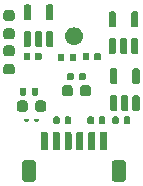
<source format=gbr>
%TF.GenerationSoftware,KiCad,Pcbnew,7.0.6*%
%TF.CreationDate,2024-06-20T12:42:18-04:00*%
%TF.ProjectId,ActiveImpactor_Encoder_Celera,41637469-7665-4496-9d70-6163746f725f,rev?*%
%TF.SameCoordinates,Original*%
%TF.FileFunction,Soldermask,Top*%
%TF.FilePolarity,Negative*%
%FSLAX46Y46*%
G04 Gerber Fmt 4.6, Leading zero omitted, Abs format (unit mm)*
G04 Created by KiCad (PCBNEW 7.0.6) date 2024-06-20 12:42:18*
%MOMM*%
%LPD*%
G01*
G04 APERTURE LIST*
G04 APERTURE END LIST*
G36*
X-3446770Y-5700642D02*
G01*
X-3394227Y-5706738D01*
X-3376274Y-5714664D01*
X-3354329Y-5719030D01*
X-3330835Y-5734728D01*
X-3309109Y-5744321D01*
X-3294270Y-5759159D01*
X-3273223Y-5773223D01*
X-3259159Y-5794270D01*
X-3244321Y-5809109D01*
X-3234727Y-5830835D01*
X-3219030Y-5854329D01*
X-3214665Y-5876273D01*
X-3206739Y-5894224D01*
X-3200644Y-5946759D01*
X-3200000Y-5950000D01*
X-3200000Y-7250000D01*
X-3200642Y-7253231D01*
X-3206738Y-7305772D01*
X-3214664Y-7323723D01*
X-3219030Y-7345671D01*
X-3234729Y-7369166D01*
X-3244321Y-7390890D01*
X-3259157Y-7405726D01*
X-3273223Y-7426777D01*
X-3294273Y-7440842D01*
X-3309109Y-7455678D01*
X-3330830Y-7465269D01*
X-3354329Y-7480970D01*
X-3376277Y-7485335D01*
X-3394224Y-7493260D01*
X-3446747Y-7499352D01*
X-3450000Y-7500000D01*
X-4150000Y-7500000D01*
X-4153243Y-7499354D01*
X-4205772Y-7493261D01*
X-4223719Y-7485336D01*
X-4245671Y-7480970D01*
X-4269171Y-7465267D01*
X-4290890Y-7455678D01*
X-4305723Y-7440844D01*
X-4326777Y-7426777D01*
X-4340844Y-7405723D01*
X-4355678Y-7390890D01*
X-4365267Y-7369170D01*
X-4380970Y-7345671D01*
X-4385336Y-7323720D01*
X-4393260Y-7305775D01*
X-4399352Y-7253254D01*
X-4400000Y-7250000D01*
X-4400000Y-5950000D01*
X-4399355Y-5946758D01*
X-4393261Y-5894227D01*
X-4385335Y-5876278D01*
X-4380970Y-5854329D01*
X-4365268Y-5830830D01*
X-4355678Y-5809109D01*
X-4340842Y-5794273D01*
X-4326777Y-5773223D01*
X-4305726Y-5759157D01*
X-4290890Y-5744321D01*
X-4269166Y-5734729D01*
X-4245671Y-5719030D01*
X-4223724Y-5714664D01*
X-4205775Y-5706739D01*
X-4153242Y-5700644D01*
X-4150000Y-5700000D01*
X-3450000Y-5700000D01*
X-3446770Y-5700642D01*
G37*
G36*
X4153231Y-5700642D02*
G01*
X4205772Y-5706738D01*
X4223723Y-5714664D01*
X4245671Y-5719030D01*
X4269166Y-5734729D01*
X4290890Y-5744321D01*
X4305726Y-5759157D01*
X4326777Y-5773223D01*
X4340842Y-5794273D01*
X4355678Y-5809109D01*
X4365269Y-5830830D01*
X4380970Y-5854329D01*
X4385335Y-5876277D01*
X4393260Y-5894224D01*
X4399352Y-5946747D01*
X4400000Y-5950000D01*
X4400000Y-7250000D01*
X4399354Y-7253243D01*
X4393261Y-7305772D01*
X4385336Y-7323719D01*
X4380970Y-7345671D01*
X4365267Y-7369171D01*
X4355678Y-7390890D01*
X4340844Y-7405723D01*
X4326777Y-7426777D01*
X4305723Y-7440844D01*
X4290890Y-7455678D01*
X4269170Y-7465267D01*
X4245671Y-7480970D01*
X4223720Y-7485336D01*
X4205775Y-7493260D01*
X4153254Y-7499352D01*
X4150000Y-7500000D01*
X3450000Y-7500000D01*
X3446758Y-7499355D01*
X3394227Y-7493261D01*
X3376278Y-7485335D01*
X3354329Y-7480970D01*
X3330830Y-7465268D01*
X3309109Y-7455678D01*
X3294273Y-7440842D01*
X3273223Y-7426777D01*
X3259157Y-7405726D01*
X3244321Y-7390890D01*
X3234729Y-7369166D01*
X3219030Y-7345671D01*
X3214664Y-7323724D01*
X3206739Y-7305775D01*
X3200644Y-7253242D01*
X3200000Y-7250000D01*
X3200000Y-5950000D01*
X3200642Y-5946770D01*
X3206738Y-5894227D01*
X3214664Y-5876274D01*
X3219030Y-5854329D01*
X3234728Y-5830835D01*
X3244321Y-5809109D01*
X3259159Y-5794270D01*
X3273223Y-5773223D01*
X3294270Y-5759159D01*
X3309109Y-5744321D01*
X3330835Y-5734727D01*
X3354329Y-5719030D01*
X3376273Y-5714665D01*
X3394224Y-5706739D01*
X3446759Y-5700644D01*
X3450000Y-5700000D01*
X4150000Y-5700000D01*
X4153231Y-5700642D01*
G37*
G36*
X-2292597Y-3311418D02*
G01*
X-2243934Y-3343934D01*
X-2211418Y-3392597D01*
X-2200000Y-3450000D01*
X-2200000Y-4700000D01*
X-2211418Y-4757403D01*
X-2243934Y-4806066D01*
X-2292597Y-4838582D01*
X-2350000Y-4850000D01*
X-2650000Y-4850000D01*
X-2707403Y-4838582D01*
X-2756066Y-4806066D01*
X-2788582Y-4757403D01*
X-2800000Y-4700000D01*
X-2800000Y-3450000D01*
X-2788582Y-3392597D01*
X-2756066Y-3343934D01*
X-2707403Y-3311418D01*
X-2650000Y-3300000D01*
X-2350000Y-3300000D01*
X-2292597Y-3311418D01*
G37*
G36*
X-1292597Y-3311418D02*
G01*
X-1243934Y-3343934D01*
X-1211418Y-3392597D01*
X-1200000Y-3450000D01*
X-1200000Y-4700000D01*
X-1211418Y-4757403D01*
X-1243934Y-4806066D01*
X-1292597Y-4838582D01*
X-1350000Y-4850000D01*
X-1650000Y-4850000D01*
X-1707403Y-4838582D01*
X-1756066Y-4806066D01*
X-1788582Y-4757403D01*
X-1800000Y-4700000D01*
X-1800000Y-3450000D01*
X-1788582Y-3392597D01*
X-1756066Y-3343934D01*
X-1707403Y-3311418D01*
X-1650000Y-3300000D01*
X-1350000Y-3300000D01*
X-1292597Y-3311418D01*
G37*
G36*
X-292597Y-3311418D02*
G01*
X-243934Y-3343934D01*
X-211418Y-3392597D01*
X-200000Y-3450000D01*
X-200000Y-4700000D01*
X-211418Y-4757403D01*
X-243934Y-4806066D01*
X-292597Y-4838582D01*
X-350000Y-4850000D01*
X-650000Y-4850000D01*
X-707403Y-4838582D01*
X-756066Y-4806066D01*
X-788582Y-4757403D01*
X-800000Y-4700000D01*
X-800000Y-3450000D01*
X-788582Y-3392597D01*
X-756066Y-3343934D01*
X-707403Y-3311418D01*
X-650000Y-3300000D01*
X-350000Y-3300000D01*
X-292597Y-3311418D01*
G37*
G36*
X707403Y-3311418D02*
G01*
X756066Y-3343934D01*
X788582Y-3392597D01*
X800000Y-3450000D01*
X800000Y-4700000D01*
X788582Y-4757403D01*
X756066Y-4806066D01*
X707403Y-4838582D01*
X650000Y-4850000D01*
X350000Y-4850000D01*
X292597Y-4838582D01*
X243934Y-4806066D01*
X211418Y-4757403D01*
X200000Y-4700000D01*
X200000Y-3450000D01*
X211418Y-3392597D01*
X243934Y-3343934D01*
X292597Y-3311418D01*
X350000Y-3300000D01*
X650000Y-3300000D01*
X707403Y-3311418D01*
G37*
G36*
X1707403Y-3311418D02*
G01*
X1756066Y-3343934D01*
X1788582Y-3392597D01*
X1800000Y-3450000D01*
X1800000Y-4700000D01*
X1788582Y-4757403D01*
X1756066Y-4806066D01*
X1707403Y-4838582D01*
X1650000Y-4850000D01*
X1350000Y-4850000D01*
X1292597Y-4838582D01*
X1243934Y-4806066D01*
X1211418Y-4757403D01*
X1200000Y-4700000D01*
X1200000Y-3450000D01*
X1211418Y-3392597D01*
X1243934Y-3343934D01*
X1292597Y-3311418D01*
X1350000Y-3300000D01*
X1650000Y-3300000D01*
X1707403Y-3311418D01*
G37*
G36*
X2707403Y-3311418D02*
G01*
X2756066Y-3343934D01*
X2788582Y-3392597D01*
X2800000Y-3450000D01*
X2800000Y-4700000D01*
X2788582Y-4757403D01*
X2756066Y-4806066D01*
X2707403Y-4838582D01*
X2650000Y-4850000D01*
X2350000Y-4850000D01*
X2292597Y-4838582D01*
X2243934Y-4806066D01*
X2211418Y-4757403D01*
X2200000Y-4700000D01*
X2200000Y-3450000D01*
X2211418Y-3392597D01*
X2243934Y-3343934D01*
X2292597Y-3311418D01*
X2350000Y-3300000D01*
X2650000Y-3300000D01*
X2707403Y-3311418D01*
G37*
G36*
X-1286424Y-2000657D02*
G01*
X-1241005Y-2031005D01*
X-1210657Y-2076424D01*
X-1200000Y-2130000D01*
X-1200000Y-2470000D01*
X-1210657Y-2523576D01*
X-1241005Y-2568995D01*
X-1286424Y-2599343D01*
X-1340000Y-2610000D01*
X-1620000Y-2610000D01*
X-1673576Y-2599343D01*
X-1718995Y-2568995D01*
X-1749343Y-2523576D01*
X-1760000Y-2470000D01*
X-1760000Y-2130000D01*
X-1749343Y-2076424D01*
X-1718995Y-2031005D01*
X-1673576Y-2000657D01*
X-1620000Y-1990000D01*
X-1340000Y-1990000D01*
X-1286424Y-2000657D01*
G37*
G36*
X-326424Y-2000657D02*
G01*
X-281005Y-2031005D01*
X-250657Y-2076424D01*
X-240000Y-2130000D01*
X-240000Y-2470000D01*
X-250657Y-2523576D01*
X-281005Y-2568995D01*
X-326424Y-2599343D01*
X-380000Y-2610000D01*
X-660000Y-2610000D01*
X-713576Y-2599343D01*
X-758995Y-2568995D01*
X-789343Y-2523576D01*
X-800000Y-2470000D01*
X-800000Y-2130000D01*
X-789343Y-2076424D01*
X-758995Y-2031005D01*
X-713576Y-2000657D01*
X-660000Y-1990000D01*
X-380000Y-1990000D01*
X-326424Y-2000657D01*
G37*
G36*
X1613576Y-2000657D02*
G01*
X1658995Y-2031005D01*
X1689343Y-2076424D01*
X1700000Y-2130000D01*
X1700000Y-2470000D01*
X1689343Y-2523576D01*
X1658995Y-2568995D01*
X1613576Y-2599343D01*
X1560000Y-2610000D01*
X1280000Y-2610000D01*
X1226424Y-2599343D01*
X1181005Y-2568995D01*
X1150657Y-2523576D01*
X1140000Y-2470000D01*
X1140000Y-2130000D01*
X1150657Y-2076424D01*
X1181005Y-2031005D01*
X1226424Y-2000657D01*
X1280000Y-1990000D01*
X1560000Y-1990000D01*
X1613576Y-2000657D01*
G37*
G36*
X2573576Y-2000657D02*
G01*
X2618995Y-2031005D01*
X2649343Y-2076424D01*
X2660000Y-2130000D01*
X2660000Y-2470000D01*
X2649343Y-2523576D01*
X2618995Y-2568995D01*
X2573576Y-2599343D01*
X2520000Y-2610000D01*
X2240000Y-2610000D01*
X2186424Y-2599343D01*
X2141005Y-2568995D01*
X2110657Y-2523576D01*
X2100000Y-2470000D01*
X2100000Y-2130000D01*
X2110657Y-2076424D01*
X2141005Y-2031005D01*
X2186424Y-2000657D01*
X2240000Y-1990000D01*
X2520000Y-1990000D01*
X2573576Y-2000657D01*
G37*
G36*
X3713576Y-2000657D02*
G01*
X3758995Y-2031005D01*
X3789343Y-2076424D01*
X3800000Y-2130000D01*
X3800000Y-2470000D01*
X3789343Y-2523576D01*
X3758995Y-2568995D01*
X3713576Y-2599343D01*
X3660000Y-2610000D01*
X3380000Y-2610000D01*
X3326424Y-2599343D01*
X3281005Y-2568995D01*
X3250657Y-2523576D01*
X3240000Y-2470000D01*
X3240000Y-2130000D01*
X3250657Y-2076424D01*
X3281005Y-2031005D01*
X3326424Y-2000657D01*
X3380000Y-1990000D01*
X3660000Y-1990000D01*
X3713576Y-2000657D01*
G37*
G36*
X4673576Y-2000657D02*
G01*
X4718995Y-2031005D01*
X4749343Y-2076424D01*
X4760000Y-2130000D01*
X4760000Y-2470000D01*
X4749343Y-2523576D01*
X4718995Y-2568995D01*
X4673576Y-2599343D01*
X4620000Y-2610000D01*
X4340000Y-2610000D01*
X4286424Y-2599343D01*
X4241005Y-2568995D01*
X4210657Y-2523576D01*
X4200000Y-2470000D01*
X4200000Y-2130000D01*
X4210657Y-2076424D01*
X4241005Y-2031005D01*
X4286424Y-2000657D01*
X4340000Y-1990000D01*
X4620000Y-1990000D01*
X4673576Y-2000657D01*
G37*
G36*
X-3878582Y-2179758D02*
G01*
X-3858306Y-2193306D01*
X-3844758Y-2213582D01*
X-3840000Y-2237500D01*
X-3840000Y-2362500D01*
X-3844758Y-2386418D01*
X-3858306Y-2406694D01*
X-3878582Y-2420242D01*
X-3902500Y-2425000D01*
X-4137500Y-2425000D01*
X-4161418Y-2420242D01*
X-4181694Y-2406694D01*
X-4195242Y-2386418D01*
X-4200000Y-2362500D01*
X-4200000Y-2237500D01*
X-4195242Y-2213582D01*
X-4181694Y-2193306D01*
X-4161418Y-2179758D01*
X-4137500Y-2175000D01*
X-3902500Y-2175000D01*
X-3878582Y-2179758D01*
G37*
G36*
X-3038582Y-2179758D02*
G01*
X-3018306Y-2193306D01*
X-3004758Y-2213582D01*
X-3000000Y-2237500D01*
X-3000000Y-2362500D01*
X-3004758Y-2386418D01*
X-3018306Y-2406694D01*
X-3038582Y-2420242D01*
X-3062500Y-2425000D01*
X-3297500Y-2425000D01*
X-3321418Y-2420242D01*
X-3341694Y-2406694D01*
X-3355242Y-2386418D01*
X-3360000Y-2362500D01*
X-3360000Y-2237500D01*
X-3355242Y-2213582D01*
X-3341694Y-2193306D01*
X-3321418Y-2179758D01*
X-3297500Y-2175000D01*
X-3062500Y-2175000D01*
X-3038582Y-2179758D01*
G37*
G36*
X-4063896Y-642127D02*
G01*
X-3990901Y-690901D01*
X-3942127Y-763896D01*
X-3925000Y-850000D01*
X-3925000Y-1350000D01*
X-3942127Y-1436104D01*
X-3990901Y-1509099D01*
X-4063896Y-1557873D01*
X-4150000Y-1575000D01*
X-4600000Y-1575000D01*
X-4686104Y-1557873D01*
X-4759099Y-1509099D01*
X-4807873Y-1436104D01*
X-4825000Y-1350000D01*
X-4825000Y-850000D01*
X-4807873Y-763896D01*
X-4759099Y-690901D01*
X-4686104Y-642127D01*
X-4600000Y-625000D01*
X-4150000Y-625000D01*
X-4063896Y-642127D01*
G37*
G36*
X-2513896Y-642127D02*
G01*
X-2440901Y-690901D01*
X-2392127Y-763896D01*
X-2375000Y-850000D01*
X-2375000Y-1350000D01*
X-2392127Y-1436104D01*
X-2440901Y-1509099D01*
X-2513896Y-1557873D01*
X-2600000Y-1575000D01*
X-3050000Y-1575000D01*
X-3136104Y-1557873D01*
X-3209099Y-1509099D01*
X-3257873Y-1436104D01*
X-3275000Y-1350000D01*
X-3275000Y-850000D01*
X-3257873Y-763896D01*
X-3209099Y-690901D01*
X-3136104Y-642127D01*
X-3050000Y-625000D01*
X-2600000Y-625000D01*
X-2513896Y-642127D01*
G37*
G36*
X3557403Y-186418D02*
G01*
X3606066Y-218934D01*
X3638582Y-267597D01*
X3650000Y-325000D01*
X3650000Y-1350000D01*
X3638582Y-1407403D01*
X3606066Y-1456066D01*
X3557403Y-1488582D01*
X3500000Y-1500000D01*
X3200000Y-1500000D01*
X3142597Y-1488582D01*
X3093934Y-1456066D01*
X3061418Y-1407403D01*
X3050000Y-1350000D01*
X3050000Y-325000D01*
X3061418Y-267597D01*
X3093934Y-218934D01*
X3142597Y-186418D01*
X3200000Y-175000D01*
X3500000Y-175000D01*
X3557403Y-186418D01*
G37*
G36*
X4507403Y-186418D02*
G01*
X4556066Y-218934D01*
X4588582Y-267597D01*
X4600000Y-325000D01*
X4600000Y-1350000D01*
X4588582Y-1407403D01*
X4556066Y-1456066D01*
X4507403Y-1488582D01*
X4450000Y-1500000D01*
X4150000Y-1500000D01*
X4092597Y-1488582D01*
X4043934Y-1456066D01*
X4011418Y-1407403D01*
X4000000Y-1350000D01*
X4000000Y-325000D01*
X4011418Y-267597D01*
X4043934Y-218934D01*
X4092597Y-186418D01*
X4150000Y-175000D01*
X4450000Y-175000D01*
X4507403Y-186418D01*
G37*
G36*
X5457403Y-186418D02*
G01*
X5506066Y-218934D01*
X5538582Y-267597D01*
X5550000Y-325000D01*
X5550000Y-1350000D01*
X5538582Y-1407403D01*
X5506066Y-1456066D01*
X5457403Y-1488582D01*
X5400000Y-1500000D01*
X5100000Y-1500000D01*
X5042597Y-1488582D01*
X4993934Y-1456066D01*
X4961418Y-1407403D01*
X4950000Y-1350000D01*
X4950000Y-325000D01*
X4961418Y-267597D01*
X4993934Y-218934D01*
X5042597Y-186418D01*
X5100000Y-175000D01*
X5400000Y-175000D01*
X5457403Y-186418D01*
G37*
G36*
X-263896Y657873D02*
G01*
X-190901Y609099D01*
X-142127Y536104D01*
X-125000Y450000D01*
X-125000Y-50000D01*
X-142127Y-136104D01*
X-190901Y-209099D01*
X-263896Y-257873D01*
X-350000Y-275000D01*
X-800000Y-275000D01*
X-886104Y-257873D01*
X-959099Y-209099D01*
X-1007873Y-136104D01*
X-1025000Y-50000D01*
X-1025000Y450000D01*
X-1007873Y536104D01*
X-959099Y609099D01*
X-886104Y657873D01*
X-800000Y675000D01*
X-350000Y675000D01*
X-263896Y657873D01*
G37*
G36*
X1286104Y657873D02*
G01*
X1359099Y609099D01*
X1407873Y536104D01*
X1425000Y450000D01*
X1425000Y-50000D01*
X1407873Y-136104D01*
X1359099Y-209099D01*
X1286104Y-257873D01*
X1200000Y-275000D01*
X750000Y-275000D01*
X663896Y-257873D01*
X590901Y-209099D01*
X542127Y-136104D01*
X525000Y-50000D01*
X525000Y450000D01*
X542127Y536104D01*
X590901Y609099D01*
X663896Y657873D01*
X750000Y675000D01*
X1200000Y675000D01*
X1286104Y657873D01*
G37*
G36*
X-4123338Y409724D02*
G01*
X-4079541Y380459D01*
X-4050276Y336662D01*
X-4040000Y285000D01*
X-4040000Y-85000D01*
X-4050276Y-136662D01*
X-4079541Y-180459D01*
X-4123338Y-209724D01*
X-4175000Y-220000D01*
X-4445000Y-220000D01*
X-4496662Y-209724D01*
X-4540459Y-180459D01*
X-4569724Y-136662D01*
X-4580000Y-85000D01*
X-4580000Y285000D01*
X-4569724Y336662D01*
X-4540459Y380459D01*
X-4496662Y409724D01*
X-4445000Y420000D01*
X-4175000Y420000D01*
X-4123338Y409724D01*
G37*
G36*
X-3103338Y409724D02*
G01*
X-3059541Y380459D01*
X-3030276Y336662D01*
X-3020000Y285000D01*
X-3020000Y-85000D01*
X-3030276Y-136662D01*
X-3059541Y-180459D01*
X-3103338Y-209724D01*
X-3155000Y-220000D01*
X-3425000Y-220000D01*
X-3476662Y-209724D01*
X-3520459Y-180459D01*
X-3549724Y-136662D01*
X-3560000Y-85000D01*
X-3560000Y285000D01*
X-3549724Y336662D01*
X-3520459Y380459D01*
X-3476662Y409724D01*
X-3425000Y420000D01*
X-3155000Y420000D01*
X-3103338Y409724D01*
G37*
G36*
X3557403Y2088582D02*
G01*
X3606066Y2056066D01*
X3638582Y2007403D01*
X3650000Y1950000D01*
X3650000Y925000D01*
X3638582Y867597D01*
X3606066Y818934D01*
X3557403Y786418D01*
X3500000Y775000D01*
X3496057Y775000D01*
X3203937Y775000D01*
X3200000Y775000D01*
X3142597Y786418D01*
X3093934Y818934D01*
X3061418Y867597D01*
X3050000Y925000D01*
X3050000Y1950000D01*
X3061418Y2007403D01*
X3093934Y2056066D01*
X3142597Y2088582D01*
X3200000Y2100000D01*
X3500000Y2100000D01*
X3557403Y2088582D01*
G37*
G36*
X5457403Y2088582D02*
G01*
X5506066Y2056066D01*
X5538582Y2007403D01*
X5550000Y1950000D01*
X5550000Y925000D01*
X5538582Y867597D01*
X5506066Y818934D01*
X5457403Y786418D01*
X5400000Y775000D01*
X5396057Y775000D01*
X5103937Y775000D01*
X5100000Y775000D01*
X5042597Y786418D01*
X4993934Y818934D01*
X4961418Y867597D01*
X4950000Y925000D01*
X4950000Y1950000D01*
X4961418Y2007403D01*
X4993934Y2056066D01*
X5042597Y2088582D01*
X5100000Y2100000D01*
X5400000Y2100000D01*
X5457403Y2088582D01*
G37*
G36*
X-123338Y1709724D02*
G01*
X-79541Y1680459D01*
X-50276Y1636662D01*
X-40000Y1585000D01*
X-40000Y1215000D01*
X-50276Y1163338D01*
X-79541Y1119541D01*
X-123338Y1090276D01*
X-175000Y1080000D01*
X-178942Y1080000D01*
X-441063Y1080000D01*
X-445000Y1080000D01*
X-496662Y1090276D01*
X-540459Y1119541D01*
X-569724Y1163338D01*
X-580000Y1215000D01*
X-580000Y1585000D01*
X-569724Y1636662D01*
X-540459Y1680459D01*
X-496662Y1709724D01*
X-445000Y1720000D01*
X-175000Y1720000D01*
X-123338Y1709724D01*
G37*
G36*
X896662Y1709724D02*
G01*
X940459Y1680459D01*
X969724Y1636662D01*
X980000Y1585000D01*
X980000Y1215000D01*
X969724Y1163338D01*
X940459Y1119541D01*
X896662Y1090276D01*
X845000Y1080000D01*
X841057Y1080000D01*
X578936Y1080000D01*
X575000Y1080000D01*
X523338Y1090276D01*
X479541Y1119541D01*
X450276Y1163338D01*
X440000Y1215000D01*
X440000Y1585000D01*
X450276Y1636662D01*
X479541Y1680459D01*
X523338Y1709724D01*
X575000Y1720000D01*
X845000Y1720000D01*
X896662Y1709724D01*
G37*
G36*
X-5160038Y2433349D02*
G01*
X-5089070Y2385930D01*
X-5041651Y2314962D01*
X-5025000Y2231250D01*
X-5025000Y1793750D01*
X-5041651Y1710038D01*
X-5089070Y1639070D01*
X-5160038Y1591651D01*
X-5243750Y1575000D01*
X-5247692Y1575000D01*
X-5752313Y1575000D01*
X-5756250Y1575000D01*
X-5839962Y1591651D01*
X-5910930Y1639070D01*
X-5958349Y1710038D01*
X-5975000Y1793750D01*
X-5975000Y2231250D01*
X-5958349Y2314962D01*
X-5910930Y2385930D01*
X-5839962Y2433349D01*
X-5756250Y2450000D01*
X-5243750Y2450000D01*
X-5160038Y2433349D01*
G37*
G36*
X-923338Y3309724D02*
G01*
X-879541Y3280459D01*
X-850276Y3236662D01*
X-840000Y3185000D01*
X-840000Y2815000D01*
X-850276Y2763338D01*
X-879541Y2719541D01*
X-923338Y2690276D01*
X-975000Y2680000D01*
X-978942Y2680000D01*
X-1241063Y2680000D01*
X-1245000Y2680000D01*
X-1296662Y2690276D01*
X-1340459Y2719541D01*
X-1369724Y2763338D01*
X-1380000Y2815000D01*
X-1380000Y3185000D01*
X-1369724Y3236662D01*
X-1340459Y3280459D01*
X-1296662Y3309724D01*
X-1245000Y3320000D01*
X-975000Y3320000D01*
X-923338Y3309724D01*
G37*
G36*
X96662Y3309724D02*
G01*
X140459Y3280459D01*
X169724Y3236662D01*
X180000Y3185000D01*
X180000Y2815000D01*
X169724Y2763338D01*
X140459Y2719541D01*
X96662Y2690276D01*
X45000Y2680000D01*
X41057Y2680000D01*
X-221063Y2680000D01*
X-225000Y2680000D01*
X-276662Y2690276D01*
X-320459Y2719541D01*
X-349724Y2763338D01*
X-360000Y2815000D01*
X-360000Y3185000D01*
X-349724Y3236662D01*
X-320459Y3280459D01*
X-276662Y3309724D01*
X-225000Y3320000D01*
X45000Y3320000D01*
X96662Y3309724D01*
G37*
G36*
X-3786424Y3399343D02*
G01*
X-3741005Y3368995D01*
X-3710657Y3323576D01*
X-3700000Y3270000D01*
X-3700000Y2930000D01*
X-3710657Y2876424D01*
X-3741005Y2831005D01*
X-3786424Y2800657D01*
X-3840000Y2790000D01*
X-3843942Y2790000D01*
X-4116062Y2790000D01*
X-4120000Y2790000D01*
X-4173576Y2800657D01*
X-4218995Y2831005D01*
X-4249343Y2876424D01*
X-4260000Y2930000D01*
X-4260000Y3270000D01*
X-4249343Y3323576D01*
X-4218995Y3368995D01*
X-4173576Y3399343D01*
X-4120000Y3410000D01*
X-3840000Y3410000D01*
X-3786424Y3399343D01*
G37*
G36*
X-2826424Y3399343D02*
G01*
X-2781005Y3368995D01*
X-2750657Y3323576D01*
X-2740000Y3270000D01*
X-2740000Y2930000D01*
X-2750657Y2876424D01*
X-2781005Y2831005D01*
X-2826424Y2800657D01*
X-2880000Y2790000D01*
X-2883942Y2790000D01*
X-3156062Y2790000D01*
X-3160000Y2790000D01*
X-3213576Y2800657D01*
X-3258995Y2831005D01*
X-3289343Y2876424D01*
X-3300000Y2930000D01*
X-3300000Y3270000D01*
X-3289343Y3323576D01*
X-3258995Y3368995D01*
X-3213576Y3399343D01*
X-3160000Y3410000D01*
X-2880000Y3410000D01*
X-2826424Y3399343D01*
G37*
G36*
X1213576Y3399343D02*
G01*
X1258995Y3368995D01*
X1289343Y3323576D01*
X1300000Y3270000D01*
X1300000Y2930000D01*
X1289343Y2876424D01*
X1258995Y2831005D01*
X1213576Y2800657D01*
X1160000Y2790000D01*
X1156057Y2790000D01*
X883937Y2790000D01*
X880000Y2790000D01*
X826424Y2800657D01*
X781005Y2831005D01*
X750657Y2876424D01*
X740000Y2930000D01*
X740000Y3270000D01*
X750657Y3323576D01*
X781005Y3368995D01*
X826424Y3399343D01*
X880000Y3410000D01*
X1160000Y3410000D01*
X1213576Y3399343D01*
G37*
G36*
X2173576Y3399343D02*
G01*
X2218995Y3368995D01*
X2249343Y3323576D01*
X2260000Y3270000D01*
X2260000Y2930000D01*
X2249343Y2876424D01*
X2218995Y2831005D01*
X2173576Y2800657D01*
X2120000Y2790000D01*
X2116057Y2790000D01*
X1843937Y2790000D01*
X1840000Y2790000D01*
X1786424Y2800657D01*
X1741005Y2831005D01*
X1710657Y2876424D01*
X1700000Y2930000D01*
X1700000Y3270000D01*
X1710657Y3323576D01*
X1741005Y3368995D01*
X1786424Y3399343D01*
X1840000Y3410000D01*
X2120000Y3410000D01*
X2173576Y3399343D01*
G37*
G36*
X-5160038Y4008349D02*
G01*
X-5089070Y3960930D01*
X-5041651Y3889962D01*
X-5025000Y3806250D01*
X-5025000Y3368750D01*
X-5041651Y3285038D01*
X-5089070Y3214070D01*
X-5160038Y3166651D01*
X-5243750Y3150000D01*
X-5247692Y3150000D01*
X-5752313Y3150000D01*
X-5756250Y3150000D01*
X-5839962Y3166651D01*
X-5910930Y3214070D01*
X-5958349Y3285038D01*
X-5975000Y3368750D01*
X-5975000Y3806250D01*
X-5958349Y3889962D01*
X-5910930Y3960930D01*
X-5839962Y4008349D01*
X-5756250Y4025000D01*
X-5243750Y4025000D01*
X-5160038Y4008349D01*
G37*
G36*
X3457403Y4613582D02*
G01*
X3506066Y4581066D01*
X3538582Y4532403D01*
X3550000Y4475000D01*
X3550000Y3450000D01*
X3538582Y3392597D01*
X3506066Y3343934D01*
X3457403Y3311418D01*
X3400000Y3300000D01*
X3396057Y3300000D01*
X3103937Y3300000D01*
X3100000Y3300000D01*
X3042597Y3311418D01*
X2993934Y3343934D01*
X2961418Y3392597D01*
X2950000Y3450000D01*
X2950000Y4475000D01*
X2961418Y4532403D01*
X2993934Y4581066D01*
X3042597Y4613582D01*
X3100000Y4625000D01*
X3400000Y4625000D01*
X3457403Y4613582D01*
G37*
G36*
X4407403Y4613582D02*
G01*
X4456066Y4581066D01*
X4488582Y4532403D01*
X4500000Y4475000D01*
X4500000Y3450000D01*
X4488582Y3392597D01*
X4456066Y3343934D01*
X4407403Y3311418D01*
X4350000Y3300000D01*
X4346057Y3300000D01*
X4053937Y3300000D01*
X4050000Y3300000D01*
X3992597Y3311418D01*
X3943934Y3343934D01*
X3911418Y3392597D01*
X3900000Y3450000D01*
X3900000Y4475000D01*
X3911418Y4532403D01*
X3943934Y4581066D01*
X3992597Y4613582D01*
X4050000Y4625000D01*
X4350000Y4625000D01*
X4407403Y4613582D01*
G37*
G36*
X5357403Y4613582D02*
G01*
X5406066Y4581066D01*
X5438582Y4532403D01*
X5450000Y4475000D01*
X5450000Y3450000D01*
X5438582Y3392597D01*
X5406066Y3343934D01*
X5357403Y3311418D01*
X5300000Y3300000D01*
X5296057Y3300000D01*
X5003937Y3300000D01*
X5000000Y3300000D01*
X4942597Y3311418D01*
X4893934Y3343934D01*
X4861418Y3392597D01*
X4850000Y3450000D01*
X4850000Y4475000D01*
X4861418Y4532403D01*
X4893934Y4581066D01*
X4942597Y4613582D01*
X5000000Y4625000D01*
X5300000Y4625000D01*
X5357403Y4613582D01*
G37*
G36*
X-3742597Y5213582D02*
G01*
X-3693934Y5181066D01*
X-3661418Y5132403D01*
X-3650000Y5075000D01*
X-3650000Y4050000D01*
X-3661418Y3992597D01*
X-3693934Y3943934D01*
X-3742597Y3911418D01*
X-3800000Y3900000D01*
X-3803942Y3900000D01*
X-4096062Y3900000D01*
X-4100000Y3900000D01*
X-4157403Y3911418D01*
X-4206066Y3943934D01*
X-4238582Y3992597D01*
X-4250000Y4050000D01*
X-4250000Y5075000D01*
X-4238582Y5132403D01*
X-4206066Y5181066D01*
X-4157403Y5213582D01*
X-4100000Y5225000D01*
X-3800000Y5225000D01*
X-3742597Y5213582D01*
G37*
G36*
X-2792597Y5213582D02*
G01*
X-2743934Y5181066D01*
X-2711418Y5132403D01*
X-2700000Y5075000D01*
X-2700000Y4050000D01*
X-2711418Y3992597D01*
X-2743934Y3943934D01*
X-2792597Y3911418D01*
X-2850000Y3900000D01*
X-2853942Y3900000D01*
X-3146062Y3900000D01*
X-3150000Y3900000D01*
X-3207403Y3911418D01*
X-3256066Y3943934D01*
X-3288582Y3992597D01*
X-3300000Y4050000D01*
X-3300000Y5075000D01*
X-3288582Y5132403D01*
X-3256066Y5181066D01*
X-3207403Y5213582D01*
X-3150000Y5225000D01*
X-2850000Y5225000D01*
X-2792597Y5213582D01*
G37*
G36*
X-1842597Y5213582D02*
G01*
X-1793934Y5181066D01*
X-1761418Y5132403D01*
X-1750000Y5075000D01*
X-1750000Y4050000D01*
X-1761418Y3992597D01*
X-1793934Y3943934D01*
X-1842597Y3911418D01*
X-1900000Y3900000D01*
X-1903942Y3900000D01*
X-2196062Y3900000D01*
X-2200000Y3900000D01*
X-2257403Y3911418D01*
X-2306066Y3943934D01*
X-2338582Y3992597D01*
X-2350000Y4050000D01*
X-2350000Y5075000D01*
X-2338582Y5132403D01*
X-2306066Y5181066D01*
X-2257403Y5213582D01*
X-2200000Y5225000D01*
X-1900000Y5225000D01*
X-1842597Y5213582D01*
G37*
G36*
X166891Y5531196D02*
G01*
X325413Y5475727D01*
X467617Y5386374D01*
X586374Y5267617D01*
X675727Y5125413D01*
X731196Y4966891D01*
X750000Y4800000D01*
X731196Y4633109D01*
X675727Y4474587D01*
X586374Y4332383D01*
X467617Y4213626D01*
X325413Y4124273D01*
X166891Y4068804D01*
X0Y4050000D01*
X-166891Y4068804D01*
X-325413Y4124273D01*
X-467617Y4213626D01*
X-586374Y4332383D01*
X-675727Y4474587D01*
X-731196Y4633109D01*
X-750000Y4800000D01*
X-731196Y4966891D01*
X-675727Y5125413D01*
X-586374Y5267617D01*
X-467617Y5386374D01*
X-325413Y5475727D01*
X-166891Y5531196D01*
X0Y5550000D01*
X166891Y5531196D01*
G37*
G36*
X-5163896Y5457873D02*
G01*
X-5090901Y5409099D01*
X-5042127Y5336104D01*
X-5025000Y5250000D01*
X-5025000Y4800000D01*
X-5042127Y4713896D01*
X-5090901Y4640901D01*
X-5163896Y4592127D01*
X-5250000Y4575000D01*
X-5253942Y4575000D01*
X-5746063Y4575000D01*
X-5750000Y4575000D01*
X-5836104Y4592127D01*
X-5909099Y4640901D01*
X-5957873Y4713896D01*
X-5975000Y4800000D01*
X-5975000Y5250000D01*
X-5957873Y5336104D01*
X-5909099Y5409099D01*
X-5836104Y5457873D01*
X-5750000Y5475000D01*
X-5250000Y5475000D01*
X-5163896Y5457873D01*
G37*
G36*
X3457403Y6888582D02*
G01*
X3506066Y6856066D01*
X3538582Y6807403D01*
X3550000Y6750000D01*
X3550000Y5725000D01*
X3538582Y5667597D01*
X3506066Y5618934D01*
X3457403Y5586418D01*
X3400000Y5575000D01*
X3396057Y5575000D01*
X3103937Y5575000D01*
X3100000Y5575000D01*
X3042597Y5586418D01*
X2993934Y5618934D01*
X2961418Y5667597D01*
X2950000Y5725000D01*
X2950000Y6750000D01*
X2961418Y6807403D01*
X2993934Y6856066D01*
X3042597Y6888582D01*
X3100000Y6900000D01*
X3400000Y6900000D01*
X3457403Y6888582D01*
G37*
G36*
X5357403Y6888582D02*
G01*
X5406066Y6856066D01*
X5438582Y6807403D01*
X5450000Y6750000D01*
X5450000Y5725000D01*
X5438582Y5667597D01*
X5406066Y5618934D01*
X5357403Y5586418D01*
X5300000Y5575000D01*
X5296057Y5575000D01*
X5003937Y5575000D01*
X5000000Y5575000D01*
X4942597Y5586418D01*
X4893934Y5618934D01*
X4861418Y5667597D01*
X4850000Y5725000D01*
X4850000Y6750000D01*
X4861418Y6807403D01*
X4893934Y6856066D01*
X4942597Y6888582D01*
X5000000Y6900000D01*
X5300000Y6900000D01*
X5357403Y6888582D01*
G37*
G36*
X-5163896Y7007873D02*
G01*
X-5090901Y6959099D01*
X-5042127Y6886104D01*
X-5025000Y6800000D01*
X-5025000Y6350000D01*
X-5042127Y6263896D01*
X-5090901Y6190901D01*
X-5163896Y6142127D01*
X-5250000Y6125000D01*
X-5253942Y6125000D01*
X-5746063Y6125000D01*
X-5750000Y6125000D01*
X-5836104Y6142127D01*
X-5909099Y6190901D01*
X-5957873Y6263896D01*
X-5975000Y6350000D01*
X-5975000Y6800000D01*
X-5957873Y6886104D01*
X-5909099Y6959099D01*
X-5836104Y7007873D01*
X-5750000Y7025000D01*
X-5250000Y7025000D01*
X-5163896Y7007873D01*
G37*
G36*
X-3742597Y7488582D02*
G01*
X-3693934Y7456066D01*
X-3661418Y7407403D01*
X-3650000Y7350000D01*
X-3650000Y6325000D01*
X-3661418Y6267597D01*
X-3693934Y6218934D01*
X-3742597Y6186418D01*
X-3800000Y6175000D01*
X-3803942Y6175000D01*
X-4096062Y6175000D01*
X-4100000Y6175000D01*
X-4157403Y6186418D01*
X-4206066Y6218934D01*
X-4238582Y6267597D01*
X-4250000Y6325000D01*
X-4250000Y7350000D01*
X-4238582Y7407403D01*
X-4206066Y7456066D01*
X-4157403Y7488582D01*
X-4100000Y7500000D01*
X-3800000Y7500000D01*
X-3742597Y7488582D01*
G37*
G36*
X-1842597Y7488582D02*
G01*
X-1793934Y7456066D01*
X-1761418Y7407403D01*
X-1750000Y7350000D01*
X-1750000Y6325000D01*
X-1761418Y6267597D01*
X-1793934Y6218934D01*
X-1842597Y6186418D01*
X-1900000Y6175000D01*
X-1903942Y6175000D01*
X-2196062Y6175000D01*
X-2200000Y6175000D01*
X-2257403Y6186418D01*
X-2306066Y6218934D01*
X-2338582Y6267597D01*
X-2350000Y6325000D01*
X-2350000Y7350000D01*
X-2338582Y7407403D01*
X-2306066Y7456066D01*
X-2257403Y7488582D01*
X-2200000Y7500000D01*
X-1900000Y7500000D01*
X-1842597Y7488582D01*
G37*
M02*

</source>
